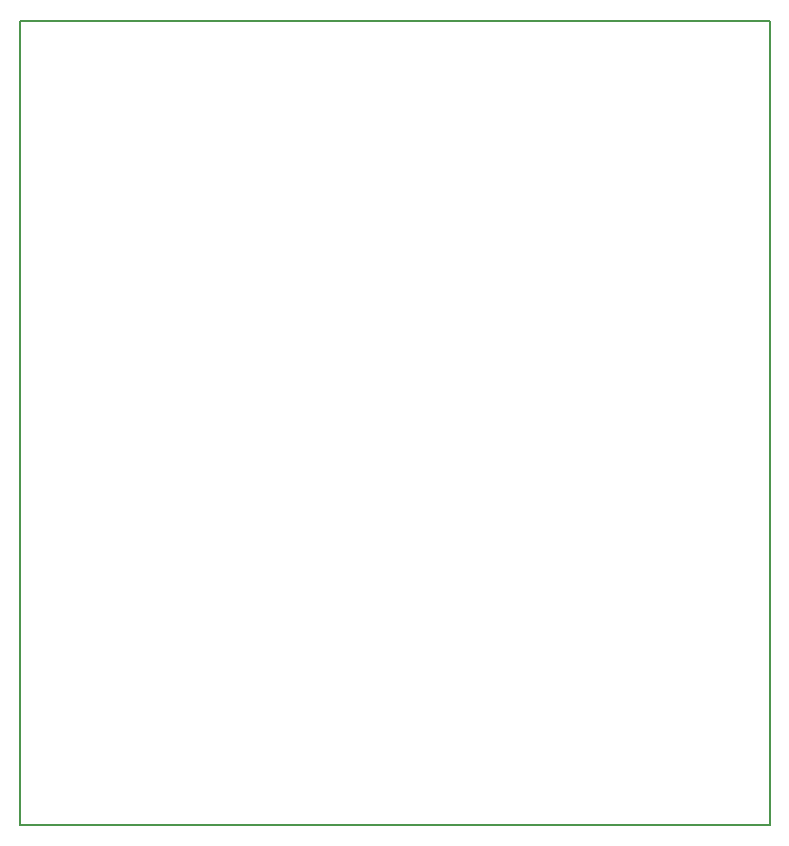
<source format=gbr>
G04 #@! TF.FileFunction,Profile,NP*
%FSLAX46Y46*%
G04 Gerber Fmt 4.6, Leading zero omitted, Abs format (unit mm)*
G04 Created by KiCad (PCBNEW 4.0.7) date 05/29/18 17:36:31*
%MOMM*%
%LPD*%
G01*
G04 APERTURE LIST*
%ADD10C,0.100000*%
%ADD11C,0.150000*%
G04 APERTURE END LIST*
D10*
D11*
X87630000Y-154940000D02*
X83820000Y-154940000D01*
X147320000Y-154940000D02*
X147320000Y-153670000D01*
X87630000Y-154940000D02*
X147320000Y-154940000D01*
X83820000Y-154940000D02*
X83820000Y-86868000D01*
X147320000Y-86868000D02*
X147320000Y-153670000D01*
X83820000Y-86868000D02*
X147320000Y-86868000D01*
M02*

</source>
